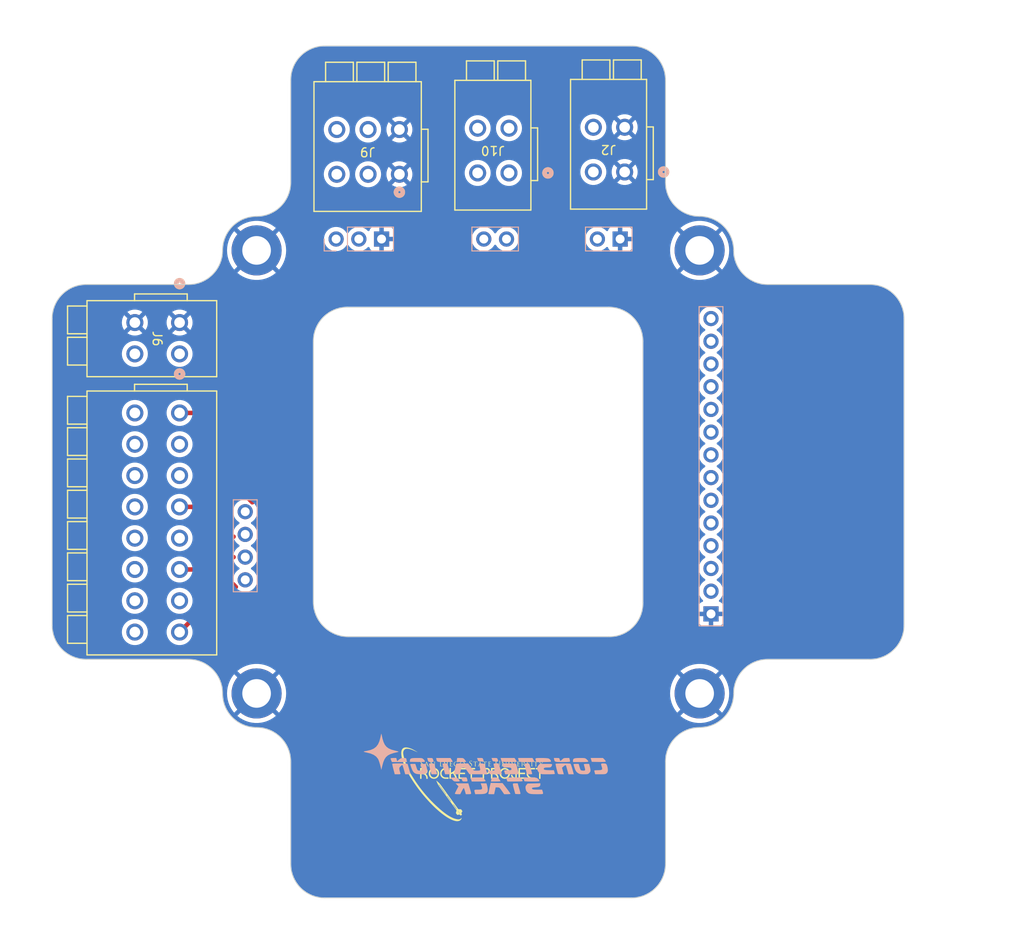
<source format=kicad_pcb>
(kicad_pcb (version 20240108) (generator "pcbnew") (generator_version "8.0")
  (layers (0 "F.Cu" signal) (31 "B.Cu" power) (34 "B.Paste" user) (35 "F.Paste" user) (36 "B.SilkS" user "B.Silkscreen") (37 "F.SilkS" user "F.Silkscreen") (38 "B.Mask" user) (39 "F.Mask" user) (44 "Edge.Cuts" user))
  (net 0 "")
  (net 1 "GND")
  (net 2 "+3.3V")
  (net 3 "HE_TANK")
  (net 4 "O_VENT")
  (net 5 "F_TANK")
  (net 6 "MFV")
  (net 7 "+5V")
  (net 8 "F_VENT")
  (net 9 "ENG_CHAMBER")
  (net 10 "O_TANK")
  (net 11 "MOV")
  (net 12 "PWR")
  (net 13 "AN_IN_1")
  (net 14 "AN_IN_0")
  (net 15 "AN_IN_2")
  (net 16 "AN_IN_3")
  (net 17 "GPIO_OUT_4")
  (net 18 "GPIO_OUT_5")
  (net 19 "GPIO_OUT_6")
  (net 20 "GPIO_OUT_1")
  (net 21 "GPIO_OUT_2")
  (net 22 "GPIO_OUT_3")
  (net 23 "CAN_L")
  (net 24 "CAN_H")
  (net 25 "ESP_32_ADC_IN_2")
  (net 26 "ESP_32_ADC_IN_3")
  (net 27 "ESP_32_ADC_IN_1")
  (net 28 "ESP_32_ADC_IN_4")
  (net 29 "ESP_32_ADC_IN_5")
  (net 30 "B")
  (net 31 "A")
  (footprint "MountingHole:MountingHole_3.2mm_M3_DIN965_Pad" (layer "F.Cu") (at 78.74 78.74)
    (property "Reference" "H4" (hide yes))
    (property "Value" "MountingHole_Pad")
    (pad "1" thru_hole circle (at 0 0) (size 5.6 5.6) (drill 3.2) (layers "*.Cu" "*.Mask") (net 1 "GND"))
  )
  (footprint "MountingHole:MountingHole_3.2mm_M3_DIN965_Pad" (layer "F.Cu") (at 29.21 78.74)
    (property "Reference" "H3" (hide yes))
    (property "Value" "MountingHole_Pad")
    (pad "1" thru_hole circle (at 0 0) (size 5.6 5.6) (drill 3.2) (layers "*.Cu" "*.Mask") (net 1 "GND"))
  )
  (footprint "2601_1102:CONN2_2601-1102_WAG" (layer "F.Cu") (at 20.6 37.277995 -90)
    (property "Reference" "J6" (at 1.8 2.5 -90) (layer "F.SilkS"))
    (property "Value" "2601-1102")
    (pad "1" thru_hole circle (at 0 0 270) (size 1.9 1.9) (drill 1.2) (layers "*.Cu" "*.Mask") (net 1 "GND"))
    (pad "2" thru_hole circle (at 0 5 270) (size 1.9 1.9) (drill 1.2) (layers "*.Cu" "*.Mask") (net 1 "GND"))
    (pad "3" thru_hole circle (at 3.5 0 270) (size 1.9 1.9) (drill 1.2) (layers "*.Cu" "*.Mask") (net 12 "PWR"))
    (pad "4" thru_hole circle (at 3.5 5 270) (size 1.9 1.9) (drill 1.2) (layers "*.Cu" "*.Mask") (net 12 "PWR"))
  )
  (footprint "LOGO:RP_Logo" (layer "F.Cu") (at 53.34 88.9)
    (property "Reference" "G***" (hide yes))
    (property "Value" "LOGO" (hide yes))
  )
  (footprint "2601_1102:CONN2_2601-1102_WAG" (layer "F.Cu") (at 57.425 20.55 180)
    (property "Reference" "J10" (at 1.8 2.5 180) (layer "F.SilkS"))
    (property "Value" "2601-1102")
    (pad "1" thru_hole circle (at 0 0 180) (size 1.9 1.9) (drill 1.2) (layers "*.Cu" "*.Mask") (net 23 "CAN_L"))
    (pad "2" thru_hole circle (at 0 5 180) (size 1.9 1.9) (drill 1.2) (layers "*.Cu" "*.Mask") (net 23 "CAN_L"))
    (pad "3" thru_hole circle (at 3.5 0 180) (size 1.9 1.9) (drill 1.2) (layers "*.Cu" "*.Mask") (net 24 "CAN_H"))
    (pad "4" thru_hole circle (at 3.5 5 180) (size 1.9 1.9) (drill 1.2) (layers "*.Cu" "*.Mask") (net 24 "CAN_H"))
  )
  (footprint "2601_1108:CONN8_2601-1108_WAG" (layer "F.Cu") (at 20.6 47.381995 -90)
    (property "Reference" "J4" (hide yes))
    (property "Value" "SIGNAL_OUT")
    (pad "1" thru_hole circle (at 0 0 270) (size 1.9 1.9) (drill 1.2) (layers "*.Cu" "*.Mask") (net 9 "ENG_CHAMBER"))
    (pad "2" thru_hole circle (at 0 5 270) (size 1.9 1.9) (drill 1.2) (layers "*.Cu" "*.Mask") (net 9 "ENG_CHAMBER"))
    (pad "3" thru_hole circle (at 3.5 0 270) (size 1.9 1.9) (drill 1.2) (layers "*.Cu" "*.Mask") (net 11 "MOV"))
    (pad "4" thru_hole circle (at 3.500001 4.999999 270) (size 1.9 1.9) (drill 1.2) (layers "*.Cu" "*.Mask") (net 11 "MOV"))
    (pad "5" thru_hole circle (at 7.000002 0 270) (size 1.9 1.9) (drill 1.2) (layers "*.Cu" "*.Mask") (net 6 "MFV"))
    (pad "6" thru_hole circle (at 7.000002 5 270) (size 1.9 1.9) (drill 1.2) (layers "*.Cu" "*.Mask") (net 6 "MFV"))
    (pad "7" thru_hole circle (at 10.500003 0 270) (size 1.9 1.9) (drill 1.2) (layers "*.Cu" "*.Mask") (net 5 "F_TANK"))
    (pad "8" thru_hole circle (at 10.500003 5 270) (size 1.9 1.9) (drill 1.2) (layers "*.Cu" "*.Mask") (net 5 "F_TANK"))
    (pad "9" thru_hole circle (at 14.000003 0 270) (size 1.9 1.9) (drill 1.2) (layers "*.Cu" "*.Mask") (net 8 "F_VENT"))
    (pad "10" thru_hole circle (at 14.000003 5 270) (size 1.9 1.9) (drill 1.2) (layers "*.Cu" "*.Mask") (net 8 "F_VENT"))
    (pad "11" thru_hole circle (at 17.500003 0 270) (size 1.9 1.9) (drill 1.2) (layers "*.Cu" "*.Mask") (net 10 "O_TANK"))
    (pad "12" thru_hole circle (at 17.500003 5 270) (size 1.9 1.9) (drill 1.2) (layers "*.Cu" "*.Mask") (net 10 "O_TANK"))
    (pad "13" thru_hole circle (at 21.000004 0 270) (size 1.9 1.9) (drill 1.2) (layers "*.Cu" "*.Mask") (net 4 "O_VENT"))
    (pad "14" thru_hole circle (at 21.000004 5 270) (size 1.9 1.9) (drill 1.2) (layers "*.Cu" "*.Mask") (net 4 "O_VENT"))
    (pad "15" thru_hole circle (at 24.500005 0 270) (size 1.9 1.9) (drill 1.2) (layers "*.Cu" "*.Mask") (net 3 "HE_TANK"))
    (pad "16" thru_hole circle (at 24.500005 5 270) (size 1.9 1.9) (drill 1.2) (layers "*.Cu" "*.Mask") (net 3 "HE_TANK"))
  )
  (footprint "2601_1102:CONN2_2601-1102_WAG" (layer "F.Cu") (at 70.358 20.4435 180)
    (property "Reference" "J2" (at 1.8 2.5 180) (layer "F.SilkS"))
    (property "Value" "2601-1102")
    (pad "1" thru_hole circle (at 0 0 180) (size 1.9 1.9) (drill 1.2) (layers "*.Cu" "*.Mask") (net 1 "GND"))
    (pad "2" thru_hole circle (at 0 5 180) (size 1.9 1.9) (drill 1.2) (layers "*.Cu" "*.Mask") (net 1 "GND"))
    (pad "3" thru_hole circle (at 3.5 0 180) (size 1.9 1.9) (drill 1.2) (layers "*.Cu" "*.Mask") (net 12 "PWR"))
    (pad "4" thru_hole circle (at 3.5 5 180) (size 1.9 1.9) (drill 1.2) (layers "*.Cu" "*.Mask") (net 12 "PWR"))
  )
  (footprint "2601_1103:CONN3_2601-1103_WAG" (layer "F.Cu") (at 45.175 20.7 180)
    (property "Reference" "J9" (at 3.55 2.5 180) (layer "F.SilkS"))
    (property "Value" "2601-1103")
    (pad "1" thru_hole circle (at 0 0 180) (size 1.9 1.9) (drill 1.2) (layers "*.Cu" "*.Mask") (net 1 "GND"))
    (pad "2" thru_hole circle (at 0 5 180) (size 1.9 1.9) (drill 1.2) (layers "*.Cu" "*.Mask") (net 1 "GND"))
    (pad "3" thru_hole circle (at 3.5 0 180) (size 1.9 1.9) (drill 1.2) (layers "*.Cu" "*.Mask") (net 31 "A"))
    (pad "4" thru_hole circle (at 3.5 5 180) (size 1.9 1.9) (drill 1.2) (layers "*.Cu" "*.Mask") (net 31 "A"))
    (pad "5" thru_hole circle (at 7.000001 0 180) (size 1.9 1.9) (drill 1.2) (layers "*.Cu" "*.Mask") (net 30 "B"))
    (pad "6" thru_hole circle (at 7.000001 5 180) (size 1.9 1.9) (drill 1.2) (layers "*.Cu" "*.Mask") (net 30 "B"))
  )
  (footprint "MountingHole:MountingHole_3.2mm_M3_DIN965_Pad" (layer "F.Cu") (at 78.74 29.21)
    (property "Reference" "H2" (hide yes))
    (property "Value" "MountingHole_Pad")
    (pad "1" thru_hole circle (at 0 0) (size 5.6 5.6) (drill 3.2) (layers "*.Cu" "*.Mask") (net 1 "GND"))
  )
  (footprint "MountingHole:MountingHole_3.2mm_M3_DIN965_Pad" (layer "F.Cu") (at 29.21 29.21)
    (property "Reference" "H1" (hide yes))
    (property "Value" "MountingHole_Pad")
    (pad "1" thru_hole circle (at 0 0) (size 5.6 5.6) (drill 3.2) (layers "*.Cu" "*.Mask") (net 1 "GND"))
  )
  (footprint "Connector_PinSocket_2.54mm:PinSocket_1x03_P2.54mm_Vertical" (layer "B.Cu") (at 38.1 27.94 -90)
    (property "Reference" "J7" (hide yes))
    (property "Value" "RS485 Out")
    (pad "1" thru_hole circle (at 0 0 270) (size 1.7 1.7) (drill 1) (layers "*.Cu" "*.Mask") (net 30 "B"))
    (pad "2" thru_hole oval (at 0 -2.54 270) (size 1.7 1.7) (drill 1) (layers "*.Cu" "*.Mask") (net 31 "A"))
    (pad "3" thru_hole rect (at 0 -5.079999 270) (size 1.7 1.7) (drill 1) (layers "*.Cu" "*.Mask") (net 1 "GND"))
  )
  (footprint "Connector_PinSocket_2.54mm:PinSocket_1x02_P2.54mm_Vertical" (layer "B.Cu") (at 57.15 27.94 90)
    (property "Reference" "J5" (hide yes))
    (property "Value" "CAN_TERMINAL")
    (pad "1" thru_hole circle (at 0 0 90) (size 1.7 1.7) (drill 1) (layers "*.Cu" "*.Mask") (net 23 "CAN_L"))
    (pad "2" thru_hole oval (at 0 -2.54 90) (size 1.7 1.7) (drill 1) (layers "*.Cu" "*.Mask") (net 24 "CAN_H"))
  )
  (footprint "LOGO" (layer "B.Cu") (at 54.61 86.36 180)
    (property "Reference" "G***" (hide yes))
    (property "Value" "LOGO" (hide yes))
  )
  (footprint "Connector_PinSocket_2.54mm:PinSocket_1x04_P2.54mm_Vertical" (layer "B.Cu") (at 27.94 66.04)
    (property "Reference" "J3" (hide yes))
    (property "Value" "PT_IN")
    (pad "1" thru_hole circle (at 0 0) (size 1.7 1.7) (drill 1) (layers "*.Cu" "*.Mask") (net 16 "AN_IN_3"))
    (pad "2" thru_hole oval (at 0 -2.54) (size 1.7 1.7) (drill 1) (layers "*.Cu" "*.Mask") (net 15 "AN_IN_2"))
    (pad "3" thru_hole oval (at 0 -5.079999) (size 1.7 1.7) (drill 1) (layers "*.Cu" "*.Mask") (net 13 "AN_IN_1"))
    (pad "4" thru_hole oval (at 0 -7.62) (size 1.7 1.7) (drill 1) (layers "*.Cu" "*.Mask") (net 14 "AN_IN_0"))
  )
  (footprint "Connector_PinSocket_2.54mm:PinSocket_1x02_P2.54mm_Vertical" (layer "B.Cu") (at 69.85 27.94 90)
    (property "Reference" "J1" (hide yes))
    (property "Value" "PWR")
    (pad "1" thru_hole rect (at 0 0 90) (size 1.7 1.7) (drill 1) (layers "*.Cu" "*.Mask") (net 1 "GND"))
    (pad "2" thru_hole oval (at 0 -2.54 90) (size 1.7 1.7) (drill 1) (layers "*.Cu" "*.Mask") (net 12 "PWR"))
  )
  (footprint "Connector_PinSocket_2.54mm:PinSocket_1x14_P2.54mm_Vertical" (layer "B.Cu") (at 80.01 36.83 180)
    (property "Reference" "J8" (hide yes))
    (property "Value" "GPIO/ESP_ADC OUT")
    (pad "1" thru_hole circle (at 0 0 180) (size 1.7 1.7) (drill 1) (layers "*.Cu" "*.Mask") (net 7 "+5V"))
    (pad "2" thru_hole oval (at 0 -2.54 180) (size 1.7 1.7) (drill 1) (layers "*.Cu" "*.Mask") (net 20 "GPIO_OUT_1"))
    (pad "3" thru_hole oval (at 0 -5.08 180) (size 1.7 1.7) (drill 1) (layers "*.Cu" "*.Mask") (net 21 "GPIO_OUT_2"))
    (pad "4" thru_hole oval (at 0 -7.62 180) (size 1.7 1.7) (drill 1) (layers "*.Cu" "*.Mask") (net 22 "GPIO_OUT_3"))
    (pad "5" thru_hole oval (at 0 -10.16 180) (size 1.7 1.7) (drill 1) (layers "*.Cu" "*.Mask") (net 17 "GPIO_OUT_4"))
    (pad "6" thru_hole oval (at 0 -12.7 180) (size 1.7 1.7) (drill 1) (layers "*.Cu" "*.Mask") (net 18 "GPIO_OUT_5"))
    (pad "7" thru_hole oval (at 0 -15.24 180) (size 1.7 1.7) (drill 1) (layers "*.Cu" "*.Mask") (net 19 "GPIO_OUT_6"))
    (pad "8" thru_hole oval (at 0 -17.78 180) (size 1.7 1.7) (drill 1) (layers "*.Cu" "*.Mask") (net 2 "+3.3V"))
    (pad "9" thru_hole oval (at 0 -20.32 180) (size 1.7 1.7) (drill 1) (layers "*.Cu" "*.Mask") (net 27 "ESP_32_ADC_IN_1"))
    (pad "10" thru_hole oval (at 0 -22.86 180) (size 1.7 1.7) (drill 1) (layers "*.Cu" "*.Mask") (net 29 "ESP_32_ADC_IN_5"))
    (pad "11" thru_hole oval (at 0 -25.4 180) (size 1.7 1.7) (drill 1) (layers "*.Cu" "*.Mask") (net 28 "ESP_32_ADC_IN_4"))
    (pad "12" thru_hole oval (at 0 -27.94 180) (size 1.7 1.7) (drill 1) (layers "*.Cu" "*.Mask") (net 26 "ESP_32_ADC_IN_3"))
    (pad "13" thru_hole oval (at 0 -30.48 180) (size 1.7 1.7) (drill 1) (layers "*.Cu" "*.Mask") (net 25 "ESP_32_ADC_IN_2"))
    (pad "14" thru_hole rect (at 0 -33.02 180) (size 1.7 1.7) (drill 1) (layers "*.Cu" "*.Mask") (net 1 "GND"))
  )
  (gr_arc (start 68.58 35.56) (mid 71.274077 36.675923) (end 72.39 39.37) (stroke (width 0.1)) (layer "Edge.Cuts"))
  (gr_arc (start 21.59 74.93) (mid 24.284077 76.045923) (end 25.4 78.74) (stroke (width 0.1)) (layer "Edge.Cuts"))
  (gr_arc (start 29.21 82.55) (mid 26.515923 81.434077) (end 25.4 78.74) (stroke (width 0.1)) (layer "Edge.Cuts"))
  (gr_line (start 71.12 6.35) (end 36.83 6.35) (stroke (width 0.1)) (layer "Edge.Cuts"))
  (gr_line (start 86.36 33.02) (end 97.790001 33.02) (stroke (width 0.1)) (layer "Edge.Cuts"))
  (gr_arc (start 78.74 25.4) (mid 81.434077 26.515923) (end 82.55 29.21) (stroke (width 0.1)) (layer "Edge.Cuts"))
  (gr_arc (start 33.02 10.16) (mid 34.135923 7.465923) (end 36.83 6.35) (stroke (width 0.1)) (layer "Edge.Cuts"))
  (gr_line (start 6.35 36.83) (end 6.35 71.12) (stroke (width 0.1)) (layer "Edge.Cuts"))
  (gr_arc (start 74.93 86.36) (mid 76.045923 83.665923) (end 78.74 82.55) (stroke (width 0.1)) (layer "Edge.Cuts"))
  (gr_line (start 35.56 39.37) (end 35.56 68.58) (stroke (width 0.1)) (layer "Edge.Cuts"))
  (gr_line (start 33.02 21.59) (end 33.02 10.16) (stroke (width 0.1)) (layer "Edge.Cuts"))
  (gr_line (start 36.83 101.6) (end 71.12 101.6) (stroke (width 0.1)) (layer "Edge.Cuts"))
  (gr_line (start 21.59 33.02) (end 10.16 33.02) (stroke (width 0.1)) (layer "Edge.Cuts"))
  (gr_line (start 21.59 74.93) (end 10.16 74.93) (stroke (width 0.1)) (layer "Edge.Cuts"))
  (gr_arc (start 35.56 39.37) (mid 36.675923 36.675923) (end 39.37 35.56) (stroke (width 0.1)) (layer "Edge.Cuts"))
  (gr_line (start 33.02 86.36) (end 33.02 97.79) (stroke (width 0.1)) (layer "Edge.Cuts"))
  (gr_line (start 86.36 74.93) (end 97.79 74.93) (stroke (width 0.1)) (layer "Edge.Cuts"))
  (gr_arc (start 86.36 33.02) (mid 83.665923 31.904077) (end 82.55 29.21) (stroke (width 0.1)) (layer "Edge.Cuts"))
  (gr_arc (start 74.93 97.79) (mid 73.814077 100.484077) (end 71.12 101.6) (stroke (width 0.1)) (layer "Edge.Cuts"))
  (gr_line (start 39.37 72.39) (end 68.58 72.39) (stroke (width 0.1)) (layer "Edge.Cuts"))
  (gr_arc (start 97.790001 33.02) (mid 100.484077 34.135923) (end 101.6 36.83) (stroke (width 0.1)) (layer "Edge.Cuts"))
  (gr_arc (start 71.12 6.35) (mid 73.814076 7.465923) (end 74.93 10.16) (stroke (width 0.1)) (layer "Edge.Cuts"))
  (gr_arc (start 25.4 29.21) (mid 24.284077 31.904077) (end 21.59 33.02) (stroke (width 0.1)) (layer "Edge.Cuts"))
  (gr_arc (start 39.37 72.39) (mid 36.705105 71.244895) (end 35.56 68.58) (stroke (width 0.1)) (layer "Edge.Cuts"))
  (gr_arc (start 82.55 78.74) (mid 83.665923 76.045923) (end 86.36 74.93) (stroke (width 0.1)) (layer "Edge.Cuts"))
  (gr_arc (start 33.02 21.59) (mid 31.904077 24.284077) (end 29.21 25.4) (stroke (width 0.1)) (layer "Edge.Cuts"))
  (gr_line (start 74.93 21.59) (end 74.93 10.16) (stroke (width 0.1)) (layer "Edge.Cuts"))
  (gr_line (start 74.93 86.36) (end 74.93 97.79) (stroke (width 0.1)) (layer "Edge.Cuts"))
  (gr_line (start 101.6 71.12) (end 101.6 36.83) (stroke (width 0.1)) (layer "Edge.Cuts"))
  (gr_arc (start 82.55 78.74) (mid 81.434077 81.434077) (end 78.74 82.55) (stroke (width 0.1)) (layer "Edge.Cuts"))
  (gr_arc (start 6.35 36.83) (mid 7.465923 34.135923) (end 10.16 33.02) (stroke (width 0.1)) (layer "Edge.Cuts"))
  (gr_line (start 72.39 39.37) (end 72.39 68.58) (stroke (width 0.1)) (layer "Edge.Cuts"))
  (gr_arc (start 25.4 29.21) (mid 26.515923 26.515923) (end 29.21 25.4) (stroke (width 0.1)) (layer "Edge.Cuts"))
  (gr_arc (start 78.74 25.4) (mid 76.045923 24.284077) (end 74.93 21.59) (stroke (width 0.1)) (layer "Edge.Cuts"))
  (gr_line (start 39.37 35.56) (end 68.58 35.56) (stroke (width 0.1)) (layer "Edge.Cuts"))
  (gr_arc (start 101.6 71.12) (mid 100.484077 73.814077) (end 97.79 74.93) (stroke (width 0.1)) (layer "Edge.Cuts"))
  (gr_arc (start 36.83 101.6) (mid 34.135923 100.484077) (end 33.02 97.79) (stroke (width 0.1)) (layer "Edge.Cuts"))
  (gr_arc (start 10.16 74.93) (mid 7.465923 73.814077) (end 6.35 71.12) (stroke (width 0.1)) (layer "Edge.Cuts"))
  (gr_arc (start 29.21 82.55) (mid 31.904076 83.665923) (end 33.02 86.36) (stroke (width 0.1)) (layer "Edge.Cuts"))
  (gr_arc (start 72.39 68.58) (mid 71.298431 71.298431) (end 68.58 72.39) (stroke (width 0.1)) (layer "Edge.Cuts"))
  (segment (start 26.609522 66.548) (end 26.893761 66.832239) (width 0.5) (layer "F.Cu") (net 3))
  (segment (start 25.146 66.548) (end 26.609522 66.548) (width 0.5) (layer "F.Cu") (net 3))
  (segment (start 25.146 67.336) (end 25.146 66.548) (width 0.5) (layer "F.Cu") (net 3))
  (segment (start 20.6 71.882) (end 25.146 67.336) (width 0.5) (layer "F.Cu") (net 3))
  (segment (start 25.146 60.96) (end 25.654 60.96) (width 0.5) (layer "F.Cu") (net 5))
  (segment (start 22.067998 57.881998) (end 25.146 60.96) (width 0.5) (layer "F.Cu") (net 5))
  (segment (start 20.6 57.881998) (end 22.067998 57.881998) (width 0.5) (layer "F.Cu") (net 5))
  (segment (start 25.908 61.214) (end 26.64 61.214) (width 0.5) (layer "F.Cu") (net 5))
  (segment (start 25.654 60.96) (end 25.908 61.214) (width 0.5) (layer "F.Cu") (net 5))
  (segment (start 26.924 51.054) (end 26.924 55.565522) (width 0.5) (layer "F.Cu") (net 9))
  (segment (start 20.6 47.381995) (end 23.251995 47.381995) (width 0.5) (layer "F.Cu") (net 9))
  (segment (start 26.924 55.565522) (end 28.732239 57.373761) (width 0.5) (layer "F.Cu") (net 9))
  (segment (start 23.251995 47.381995) (end 26.924 51.054) (width 0.5) (layer "F.Cu") (net 9))
  (segment (start 25.654 63.5) (end 26.64 63.5) (width 0.5) (layer "F.Cu") (net 10))
  (segment (start 20.6 64.881998) (end 24.272002 64.881998) (width 0.5) (layer "F.Cu") (net 10))
  (segment (start 24.272002 64.881998) (end 25.654 63.5) (width 0.5) (layer "F.Cu") (net 10))
  (zone (net 1) (net_name "GND") (layer "B.Cu") (connect_pads (clearance 0.5)) (min_thickness 0.25) (fill yes (thermal_gap 0.5) (thermal_bridge_width 0.5))
    (polygon (pts (xy 3.270202 2.096754) (xy 114.640202 1.216754) (xy 115.014202 105.550754) (xy 0.524202 106.430754)))
  )
)
</source>
